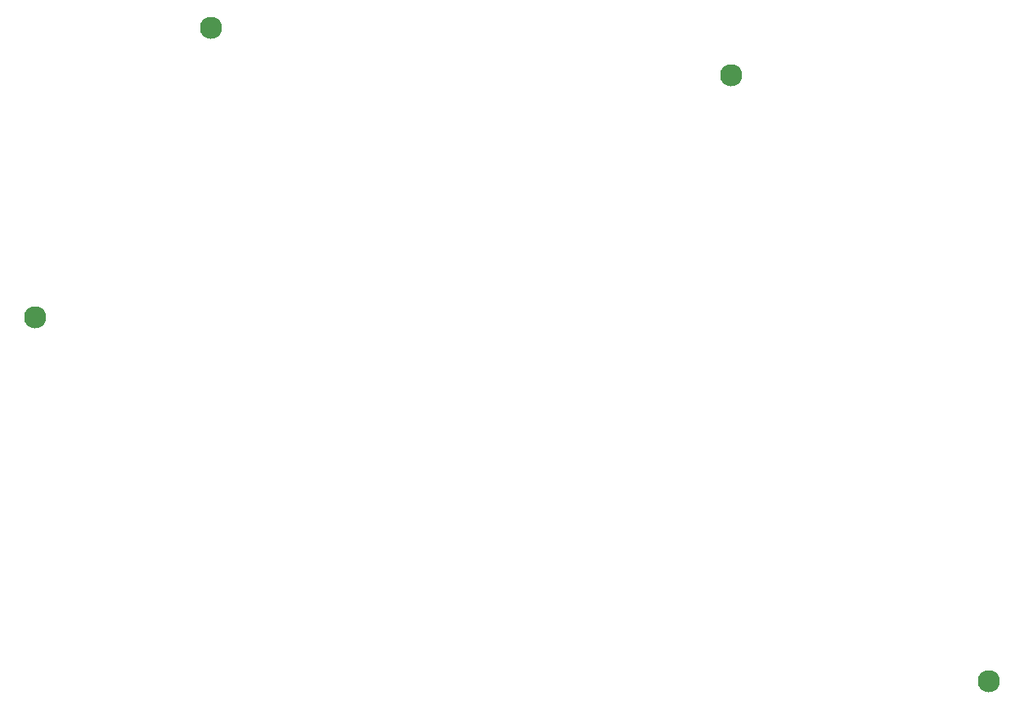
<source format=gbr>
%TF.GenerationSoftware,KiCad,Pcbnew,7.0.1-3b83917a11~171~ubuntu22.04.1*%
%TF.CreationDate,2023-03-24T21:35:46-04:00*%
%TF.ProjectId,whisper_plate,77686973-7065-4725-9f70-6c6174652e6b,v1.0.0*%
%TF.SameCoordinates,Original*%
%TF.FileFunction,Soldermask,Bot*%
%TF.FilePolarity,Negative*%
%FSLAX46Y46*%
G04 Gerber Fmt 4.6, Leading zero omitted, Abs format (unit mm)*
G04 Created by KiCad (PCBNEW 7.0.1-3b83917a11~171~ubuntu22.04.1) date 2023-03-24 21:35:46*
%MOMM*%
%LPD*%
G01*
G04 APERTURE LIST*
%ADD10C,2.300000*%
G04 APERTURE END LIST*
D10*
%TO.C,REF\u002A\u002A*%
X253100000Y-154850000D03*
%TD*%
%TO.C,REF\u002A\u002A*%
X226450000Y-92100000D03*
%TD*%
%TO.C,REF\u002A\u002A*%
X154400000Y-117200000D03*
%TD*%
%TO.C,REF\u002A\u002A*%
X172550000Y-87250000D03*
%TD*%
M02*

</source>
